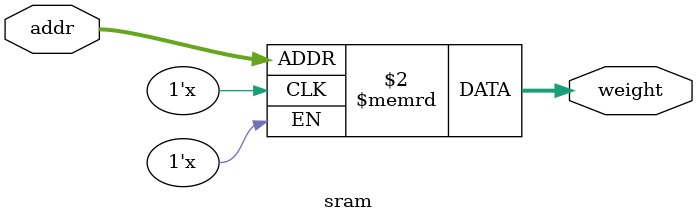
<source format=v>
module sram #(  // TODO: Define an interface for SRAM
    parameter WIDTH = 32, // Width of each weight
    parameter DEPTH = 256 // Depth of the SRAM
) (
    addr, 
    weight
);
    input wire [DEPTH-1:0] addr; // Address to read/write
    output reg signed [WIDTH-1:0] weight; // Output weight

    reg signed [WIDTH-1:0] memory [0:DEPTH-1]; // SRAM memory array

    always @(addr) begin
        weight = memory[addr]; // Read from SRAM
    end

    // always @(posedge clk) begin
    //     if (write_enable) begin
    //         memory[addr / WIDTH] <= data; // Write to SRAM
    //     end
    // end  
    
endmodule
</source>
